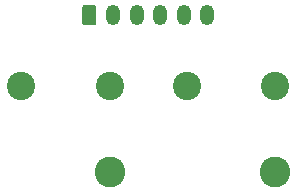
<source format=gbr>
G04 #@! TF.GenerationSoftware,KiCad,Pcbnew,(5.1.0)-1*
G04 #@! TF.CreationDate,2019-06-01T21:51:24-04:00*
G04 #@! TF.ProjectId,input,696e7075-742e-46b6-9963-61645f706362,rev?*
G04 #@! TF.SameCoordinates,Original*
G04 #@! TF.FileFunction,Copper,L2,Bot*
G04 #@! TF.FilePolarity,Positive*
%FSLAX46Y46*%
G04 Gerber Fmt 4.6, Leading zero omitted, Abs format (unit mm)*
G04 Created by KiCad (PCBNEW (5.1.0)-1) date 2019-06-01 21:51:24*
%MOMM*%
%LPD*%
G04 APERTURE LIST*
%ADD10C,2.400000*%
%ADD11C,2.600000*%
%ADD12C,0.100000*%
%ADD13C,1.200000*%
%ADD14O,1.200000X1.750000*%
%ADD15C,2.000000*%
G04 APERTURE END LIST*
D10*
X149938000Y-106737000D03*
D11*
X157438000Y-113987000D03*
D10*
X157438000Y-106737000D03*
D11*
X143438000Y-113987000D03*
D10*
X143438000Y-106737000D03*
X135938000Y-106737000D03*
D12*
G36*
X142074505Y-99826204D02*
G01*
X142098773Y-99829804D01*
X142122572Y-99835765D01*
X142145671Y-99844030D01*
X142167850Y-99854520D01*
X142188893Y-99867132D01*
X142208599Y-99881747D01*
X142226777Y-99898223D01*
X142243253Y-99916401D01*
X142257868Y-99936107D01*
X142270480Y-99957150D01*
X142280970Y-99979329D01*
X142289235Y-100002428D01*
X142295196Y-100026227D01*
X142298796Y-100050495D01*
X142300000Y-100074999D01*
X142300000Y-101325001D01*
X142298796Y-101349505D01*
X142295196Y-101373773D01*
X142289235Y-101397572D01*
X142280970Y-101420671D01*
X142270480Y-101442850D01*
X142257868Y-101463893D01*
X142243253Y-101483599D01*
X142226777Y-101501777D01*
X142208599Y-101518253D01*
X142188893Y-101532868D01*
X142167850Y-101545480D01*
X142145671Y-101555970D01*
X142122572Y-101564235D01*
X142098773Y-101570196D01*
X142074505Y-101573796D01*
X142050001Y-101575000D01*
X141349999Y-101575000D01*
X141325495Y-101573796D01*
X141301227Y-101570196D01*
X141277428Y-101564235D01*
X141254329Y-101555970D01*
X141232150Y-101545480D01*
X141211107Y-101532868D01*
X141191401Y-101518253D01*
X141173223Y-101501777D01*
X141156747Y-101483599D01*
X141142132Y-101463893D01*
X141129520Y-101442850D01*
X141119030Y-101420671D01*
X141110765Y-101397572D01*
X141104804Y-101373773D01*
X141101204Y-101349505D01*
X141100000Y-101325001D01*
X141100000Y-100074999D01*
X141101204Y-100050495D01*
X141104804Y-100026227D01*
X141110765Y-100002428D01*
X141119030Y-99979329D01*
X141129520Y-99957150D01*
X141142132Y-99936107D01*
X141156747Y-99916401D01*
X141173223Y-99898223D01*
X141191401Y-99881747D01*
X141211107Y-99867132D01*
X141232150Y-99854520D01*
X141254329Y-99844030D01*
X141277428Y-99835765D01*
X141301227Y-99829804D01*
X141325495Y-99826204D01*
X141349999Y-99825000D01*
X142050001Y-99825000D01*
X142074505Y-99826204D01*
X142074505Y-99826204D01*
G37*
D13*
X141700000Y-100700000D03*
D14*
X143700000Y-100700000D03*
X145700000Y-100700000D03*
X147700000Y-100700000D03*
X149700000Y-100700000D03*
X151700000Y-100700000D03*
D15*
X143438000Y-113987000D02*
X143513000Y-113987000D01*
M02*

</source>
